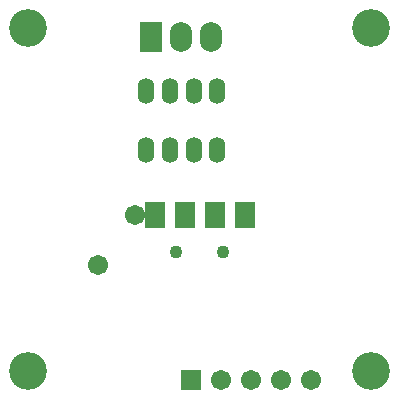
<source format=gts>
G04 Layer_Color=8388736*
%FSLAX44Y44*%
%MOMM*%
G71*
G01*
G75*
%ADD36R,1.8032X2.2032*%
%ADD37C,1.7032*%
%ADD38C,3.2032*%
%ADD39C,1.1032*%
%ADD40R,1.7032X1.7032*%
%ADD41C,1.7032*%
%ADD42O,1.9032X2.5032*%
%ADD43R,1.9032X2.5032*%
%ADD44O,1.4032X2.2032*%
D36*
X183140Y131970D02*
D03*
X157640D02*
D03*
X132140D02*
D03*
X106890D02*
D03*
D37*
X89890Y131970D02*
D03*
X58890Y89970D02*
D03*
D38*
X0Y290000D02*
D03*
X290000D02*
D03*
Y0D02*
D03*
X0D02*
D03*
D39*
X164890Y100970D02*
D03*
X124890D02*
D03*
D40*
X137890Y-8030D02*
D03*
D41*
X163290D02*
D03*
X188690D02*
D03*
X214090D02*
D03*
X239490D02*
D03*
D42*
X154290Y282970D02*
D03*
X128890D02*
D03*
D43*
X103490D02*
D03*
D44*
X99890Y186970D02*
D03*
X119890D02*
D03*
X139890D02*
D03*
X159890D02*
D03*
Y236970D02*
D03*
X139890D02*
D03*
X119890D02*
D03*
X99890D02*
D03*
M02*

</source>
